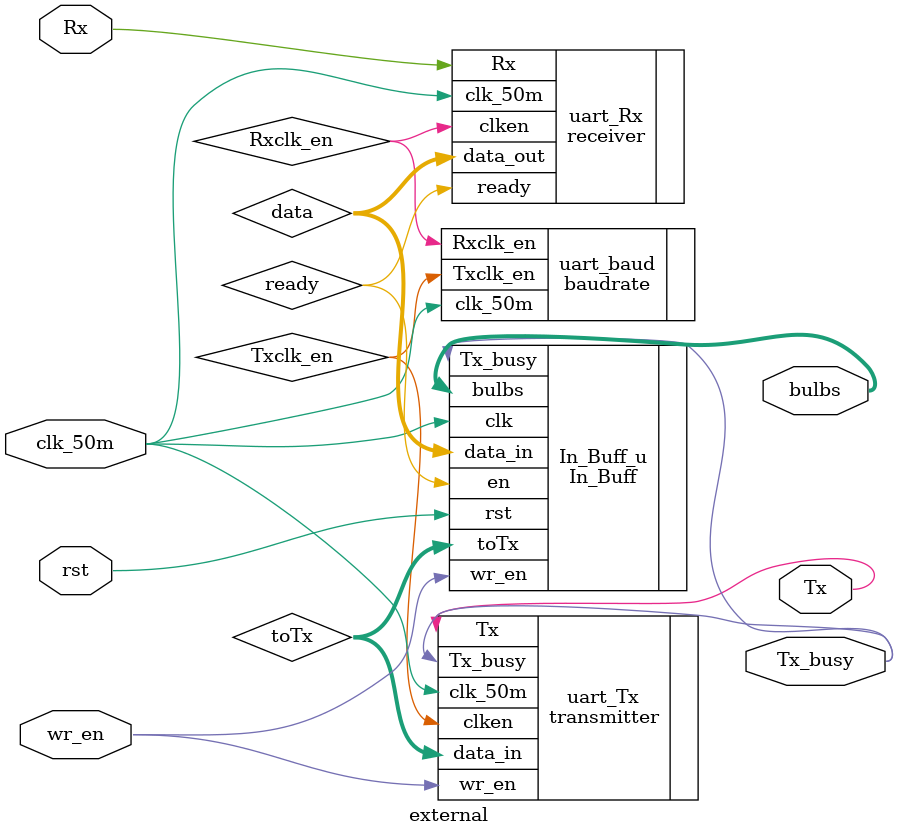
<source format=v>
module external(
//              input wire [7:0] data_in,
				input wire wr_en,
//				input wire clear,
				input wire clk_50m,
				output wire Tx,
				output wire Tx_busy,
				input wire Rx,
				input wire rst,
				output wire [7: 0] bulbs
//				input wire enable
//				input wire send_byte,
				);		


wire Txclk_en, Rxclk_en;
wire [7:0] data, toTx;
wire ready;
wire need_byte;


baudrate uart_baud(	.clk_50m(clk_50m),
					.Rxclk_en(Rxclk_en),
					.Txclk_en(Txclk_en)
					);
							
receiver uart_Rx (  .Rx(Rx),
			        .ready(ready),
//				    .ready_clr(need_byte),
					.clk_50m(clk_50m),
					.clken(Rxclk_en), 
					.data_out(data)
					);
			
In_Buff In_Buff_u(.data_in(data),
                  .clk(clk_50m),
                  .rst(rst),
                  .en(ready),
//                  .need_byte(need_byte),
                  .toTx(toTx),
                  .bulbs(bulbs),
                  .wr_en(wr_en),
						.Tx_busy(Tx_busy)
                  );

transmitter uart_Tx(.data_in(toTx),
					.wr_en(wr_en),
					.clk_50m(clk_50m),
					.clken(Txclk_en), 
					.Tx(Tx),
					.Tx_busy(Tx_busy)
					);            
                            
endmodule

</source>
